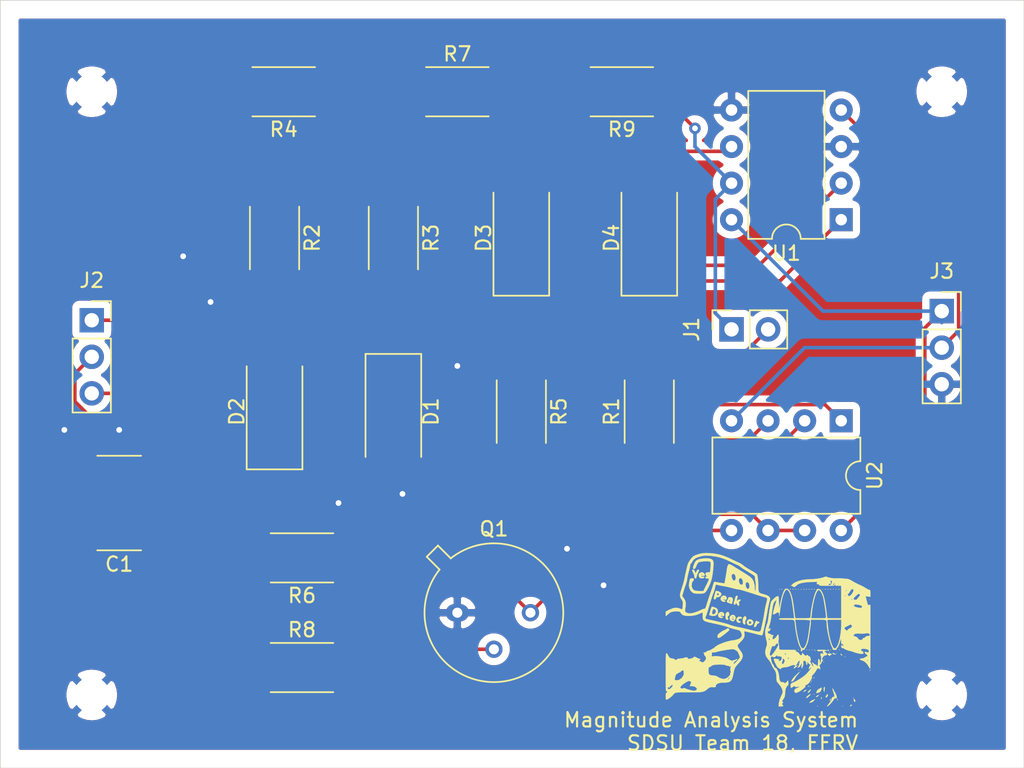
<source format=kicad_pcb>
(kicad_pcb (version 20171130) (host pcbnew "(5.1.10)-1")
  (layers (0 F.Cu jumper hide) (31 B.Cu signal) (34 B.Paste user hide) (35 F.Paste user hide) (36 B.SilkS user) (37 F.SilkS user) (38 B.Mask user hide) (39 F.Mask user) (44 Edge.Cuts user))
  (net 0 "")
  (net 1 "Net-(C1-Pad1)")
  (net 2 GND)
  (net 3 "Net-(D1-Pad2)")
  (net 4 "Net-(D1-Pad1)")
  (net 5 "Net-(D3-Pad2)")
  (net 6 "Net-(D3-Pad1)")
  (net 7 "Net-(D4-Pad1)")
  (net 8 rect_out)
  (net 9 peak_in)
  (net 10 vin)
  (net 11 dis)
  (net 12 vout)
  (net 13 v-)
  (net 14 v+)
  (net 15 "Net-(Q1-Pad2)")
  (net 16 "Net-(Q1-Pad3)")
  (net 17 "Net-(R1-Pad1)")
  (net 18 "Net-(R4-Pad1)")
  (module Package_DIP:DIP-8_W7.62mm (layer F.Cu) (at 207.01 127 270)
    (fp_text reference U2 (at 3.81 -2.33 90) (layer F.SilkS))
    (fp_text value LF353)
    (pad 8 thru_hole oval (at 7.62 0 270) (size 1.6 1.6) (drill 0.8) (layers *.Cu *.Mask) (net 14 v+))
    (pad 4 thru_hole oval (at 0 7.62 270) (size 1.6 1.6) (drill 0.8) (layers *.Cu *.Mask) (net 13 v-))
    (pad 7 thru_hole oval (at 7.62 2.54 270) (size 1.6 1.6) (drill 0.8) (layers *.Cu *.Mask) (net 12 vout))
    (pad 3 thru_hole oval (at 0 5.08 270) (size 1.6 1.6) (drill 0.8) (layers *.Cu *.Mask) (net 3 "Net-(D1-Pad2)"))
    (pad 6 thru_hole oval (at 7.62 5.08 270) (size 1.6 1.6) (drill 0.8) (layers *.Cu *.Mask) (net 12 vout))
    (pad 2 thru_hole oval (at 0 2.54 270) (size 1.6 1.6) (drill 0.8) (layers *.Cu *.Mask) (net 17 "Net-(R1-Pad1)"))
    (pad 5 thru_hole oval (at 7.62 7.62 270) (size 1.6 1.6) (drill 0.8) (layers *.Cu *.Mask) (net 16 "Net-(Q1-Pad3)"))
    (pad 1 thru_hole rect (at 0 0 270) (size 1.6 1.6) (drill 0.8) (layers *.Cu *.Mask) (net 4 "Net-(D1-Pad1)"))
  )
  (module Package_DIP:DIP-8_W7.62mm (layer F.Cu) (at 207.01 113.03 180)
    (fp_text reference U1 (at 3.81 -2.33) (layer F.SilkS))
    (fp_text value LF353)
    (pad 8 thru_hole oval (at 7.62 0 180) (size 1.6 1.6) (drill 0.8) (layers *.Cu *.Mask) (net 14 v+))
    (pad 4 thru_hole oval (at 0 7.62 180) (size 1.6 1.6) (drill 0.8) (layers *.Cu *.Mask) (net 13 v-))
    (pad 7 thru_hole oval (at 7.62 2.54 180) (size 1.6 1.6) (drill 0.8) (layers *.Cu *.Mask) (net 8 rect_out))
    (pad 3 thru_hole oval (at 0 5.08 180) (size 1.6 1.6) (drill 0.8) (layers *.Cu *.Mask) (net 2 GND))
    (pad 6 thru_hole oval (at 7.62 5.08 180) (size 1.6 1.6) (drill 0.8) (layers *.Cu *.Mask) (net 18 "Net-(R4-Pad1)"))
    (pad 2 thru_hole oval (at 0 2.54 180) (size 1.6 1.6) (drill 0.8) (layers *.Cu *.Mask) (net 6 "Net-(D3-Pad1)"))
    (pad 5 thru_hole oval (at 7.62 7.62 180) (size 1.6 1.6) (drill 0.8) (layers *.Cu *.Mask) (net 2 GND))
    (pad 1 thru_hole rect (at 0 0 180) (size 1.6 1.6) (drill 0.8) (layers *.Cu *.Mask) (net 7 "Net-(D4-Pad1)"))
  )
  (module Graphics:peak_detector (layer F.Cu) (at 201.93 139.7)
    (fp_text reference G*** hide)
    (fp_text value LOGO hide)
  )
  (module Capacitor_SMD:C_2225_5664Metric_Pad1.80x6.60mm_HandSolder (layer F.Cu) (at 156.845 132.715 180)
    (fp_text reference C1 (at 0 -4.25) (layer F.SilkS))
    (fp_text value C)
    (pad 1 smd roundrect (at -2.625 0 180) (size 1.8 6.6) (layers F.Cu F.Paste F.Mask) (roundrect_rratio 0.138889) (net 1 "Net-(C1-Pad1)"))
    (pad 2 smd roundrect (at 2.625 0 180) (size 1.8 6.6) (layers F.Cu F.Paste F.Mask) (roundrect_rratio 0.138889) (net 2 GND))
  )
  (module Connector_PinSocket_2.54mm:PinSocket_1x03_P2.54mm_Vertical (layer F.Cu) (at 213.995 119.38)
    (fp_text reference J3 (at 0 -2.77) (layer F.SilkS))
    (fp_text value Conn_01x03)
    (pad 1 thru_hole rect (at 0 0) (size 1.7 1.7) (drill 1) (layers *.Cu *.Mask) (net 14 v+))
    (pad 2 thru_hole oval (at 0 2.54) (size 1.7 1.7) (drill 1) (layers *.Cu *.Mask) (net 13 v-))
    (pad 3 thru_hole oval (at 0 5.08) (size 1.7 1.7) (drill 1) (layers *.Cu *.Mask) (net 2 GND))
  )
  (module Resistor_SMD:R_2512_6332Metric_Pad1.40x3.35mm_HandSolder (layer F.Cu) (at 167.64 114.3 270)
    (fp_text reference R2 (at 0 -2.62 90) (layer F.SilkS))
    (fp_text value 15k)
    (pad 1 smd roundrect (at -3.05 0 270) (size 1.4 3.35) (layers F.Cu F.Paste F.Mask) (roundrect_rratio 0.178571) (net 6 "Net-(D3-Pad1)"))
    (pad 2 smd roundrect (at 3.05 0 270) (size 1.4 3.35) (layers F.Cu F.Paste F.Mask) (roundrect_rratio 0.178571) (net 10 vin))
  )
  (module Resistor_SMD:R_2512_6332Metric_Pad1.40x3.35mm_HandSolder (layer F.Cu) (at 175.895 114.3 270)
    (fp_text reference R3 (at 0 -2.62 90) (layer F.SilkS))
    (fp_text value 15k)
    (pad 2 smd roundrect (at 3.05 0 270) (size 1.4 3.35) (layers F.Cu F.Paste F.Mask) (roundrect_rratio 0.178571) (net 6 "Net-(D3-Pad1)"))
    (pad 1 smd roundrect (at -3.05 0 270) (size 1.4 3.35) (layers F.Cu F.Paste F.Mask) (roundrect_rratio 0.178571) (net 5 "Net-(D3-Pad2)"))
  )
  (module Resistor_SMD:R_2512_6332Metric_Pad1.40x3.35mm_HandSolder (layer F.Cu) (at 184.785 126.365 270)
    (fp_text reference R5 (at 0 -2.62 90) (layer F.SilkS))
    (fp_text value 1k)
    (pad 1 smd roundrect (at -3.05 0 270) (size 1.4 3.35) (layers F.Cu F.Paste F.Mask) (roundrect_rratio 0.178571) (net 12 vout))
    (pad 2 smd roundrect (at 3.05 0 270) (size 1.4 3.35) (layers F.Cu F.Paste F.Mask) (roundrect_rratio 0.178571) (net 3 "Net-(D1-Pad2)"))
  )
  (module Diode_SMD:D_2512_6332Metric_Pad1.52x3.35mm_HandSolder (layer F.Cu) (at 193.675 114.3 90)
    (fp_text reference D4 (at 0 -2.62 90) (layer F.SilkS))
    (fp_text value D)
    (pad 1 smd roundrect (at -2.9875 0 90) (size 1.525 3.35) (layers F.Cu F.Paste F.Mask) (roundrect_rratio 0.163934) (net 7 "Net-(D4-Pad1)"))
    (pad 2 smd roundrect (at 2.9875 0 90) (size 1.525 3.35) (layers F.Cu F.Paste F.Mask) (roundrect_rratio 0.163934) (net 5 "Net-(D3-Pad2)"))
  )
  (module Resistor_SMD:R_2512_6332Metric_Pad1.40x3.35mm_HandSolder (layer F.Cu) (at 191.77 104.14 180)
    (fp_text reference R9 (at 0 -2.62) (layer F.SilkS))
    (fp_text value 15k)
    (pad 1 smd roundrect (at -3.05 0 180) (size 1.4 3.35) (layers F.Cu F.Paste F.Mask) (roundrect_rratio 0.178571) (net 8 rect_out))
    (pad 2 smd roundrect (at 3.05 0 180) (size 1.4 3.35) (layers F.Cu F.Paste F.Mask) (roundrect_rratio 0.178571) (net 18 "Net-(R4-Pad1)"))
  )
  (module MountingHole:MountingHole_2.5mm (layer F.Cu) (at 154.94 104.14)
    (fp_text reference H4 hide)
    (fp_text value MountingHole_Pad)
    (pad 1 np_thru_hole circle (at 0 0) (size 2.5 2.5) (drill 2.5) (layers *.Cu *.Mask) (net 2 GND))
  )
  (module Diode_SMD:D_2512_6332Metric_Pad1.52x3.35mm_HandSolder (layer F.Cu) (at 167.64 126.365 90)
    (fp_text reference D2 (at 0 -2.62 90) (layer F.SilkS))
    (fp_text value D)
    (pad 1 smd roundrect (at -2.9875 0 90) (size 1.525 3.35) (layers F.Cu F.Paste F.Mask) (roundrect_rratio 0.163934) (net 1 "Net-(C1-Pad1)"))
    (pad 2 smd roundrect (at 2.9875 0 90) (size 1.525 3.35) (layers F.Cu F.Paste F.Mask) (roundrect_rratio 0.163934) (net 4 "Net-(D1-Pad1)"))
  )
  (module Diode_SMD:D_2512_6332Metric_Pad1.52x3.35mm_HandSolder (layer F.Cu) (at 175.895 126.365 270)
    (fp_text reference D1 (at 0 -2.62 90) (layer F.SilkS))
    (fp_text value D)
    (pad 2 smd roundrect (at 2.9875 0 270) (size 1.525 3.35) (layers F.Cu F.Paste F.Mask) (roundrect_rratio 0.163934) (net 3 "Net-(D1-Pad2)"))
    (pad 1 smd roundrect (at -2.9875 0 270) (size 1.525 3.35) (layers F.Cu F.Paste F.Mask) (roundrect_rratio 0.163934) (net 4 "Net-(D1-Pad1)"))
  )
  (module Resistor_SMD:R_2512_6332Metric_Pad1.40x3.35mm_HandSolder (layer F.Cu) (at 180.34 104.14)
    (fp_text reference R7 (at 0 -2.62) (layer F.SilkS))
    (fp_text value 7.5k)
    (pad 1 smd roundrect (at -3.05 0) (size 1.4 3.35) (layers F.Cu F.Paste F.Mask) (roundrect_rratio 0.178571) (net 18 "Net-(R4-Pad1)"))
    (pad 2 smd roundrect (at 3.05 0) (size 1.4 3.35) (layers F.Cu F.Paste F.Mask) (roundrect_rratio 0.178571) (net 5 "Net-(D3-Pad2)"))
  )
  (module Resistor_SMD:R_2512_6332Metric_Pad1.40x3.35mm_HandSolder (layer F.Cu) (at 169.545 144.145)
    (fp_text reference R8 (at 0 -2.62) (layer F.SilkS))
    (fp_text value 8.8k)
    (pad 1 smd roundrect (at -3.05 0) (size 1.4 3.35) (layers F.Cu F.Paste F.Mask) (roundrect_rratio 0.178571) (net 11 dis))
    (pad 2 smd roundrect (at 3.05 0) (size 1.4 3.35) (layers F.Cu F.Paste F.Mask) (roundrect_rratio 0.178571) (net 15 "Net-(Q1-Pad2)"))
  )
  (module Connector_PinSocket_2.54mm:PinSocket_1x03_P2.54mm_Vertical (layer F.Cu) (at 154.94 120.015)
    (fp_text reference J2 (at 0 -2.77) (layer F.SilkS))
    (fp_text value Conn_01x03)
    (pad 1 thru_hole rect (at 0 0) (size 1.7 1.7) (drill 1) (layers *.Cu *.Mask) (net 10 vin))
    (pad 2 thru_hole oval (at 0 2.54) (size 1.7 1.7) (drill 1) (layers *.Cu *.Mask) (net 11 dis))
    (pad 3 thru_hole oval (at 0 5.08) (size 1.7 1.7) (drill 1) (layers *.Cu *.Mask) (net 12 vout))
  )
  (module MountingHole:MountingHole_2.5mm (layer F.Cu) (at 213.995 104.14)
    (fp_text reference H2 hide)
    (fp_text value MountingHole_Pad)
    (pad 1 np_thru_hole circle (at 0 0) (size 2.5 2.5) (drill 2.5) (layers *.Cu *.Mask) (net 2 GND))
  )
  (module Package_TO_SOT_THT:TO-39-3 (layer F.Cu) (at 180.34 140.335)
    (fp_text reference Q1 (at 2.54 -5.82) (layer F.SilkS))
    (fp_text value 2N2219)
    (pad 1 thru_hole oval (at 0 0) (size 1.6 1.2) (drill 0.7) (layers *.Cu *.Mask) (net 2 GND))
    (pad 2 thru_hole oval (at 2.54 2.54) (size 1.2 1.2) (drill 0.7) (layers *.Cu *.Mask) (net 15 "Net-(Q1-Pad2)"))
    (pad 3 thru_hole oval (at 5.08 0) (size 1.2 1.2) (drill 0.7) (layers *.Cu *.Mask) (net 16 "Net-(Q1-Pad3)"))
  )
  (module Connector_PinSocket_2.54mm:PinSocket_1x02_P2.54mm_Vertical (layer F.Cu) (at 199.39 120.65 90)
    (fp_text reference J1 (at 0 -2.77 90) (layer F.SilkS))
    (fp_text value Conn_01x02)
    (pad 1 thru_hole rect (at 0 0 90) (size 1.7 1.7) (drill 1) (layers *.Cu *.Mask) (net 8 rect_out))
    (pad 2 thru_hole oval (at 0 2.54 90) (size 1.7 1.7) (drill 1) (layers *.Cu *.Mask) (net 9 peak_in))
  )
  (module Resistor_SMD:R_2512_6332Metric_Pad1.40x3.35mm_HandSolder (layer F.Cu) (at 168.275 104.14 180)
    (fp_text reference R4 (at 0 -2.62) (layer F.SilkS))
    (fp_text value 15k)
    (pad 2 smd roundrect (at 3.05 0 180) (size 1.4 3.35) (layers F.Cu F.Paste F.Mask) (roundrect_rratio 0.178571) (net 10 vin))
    (pad 1 smd roundrect (at -3.05 0 180) (size 1.4 3.35) (layers F.Cu F.Paste F.Mask) (roundrect_rratio 0.178571) (net 18 "Net-(R4-Pad1)"))
  )
  (module Diode_SMD:D_2512_6332Metric_Pad1.52x3.35mm_HandSolder (layer F.Cu) (at 184.785 114.3 90)
    (fp_text reference D3 (at 0 -2.62 90) (layer F.SilkS))
    (fp_text value D)
    (pad 2 smd roundrect (at 2.9875 0 90) (size 1.525 3.35) (layers F.Cu F.Paste F.Mask) (roundrect_rratio 0.163934) (net 5 "Net-(D3-Pad2)"))
    (pad 1 smd roundrect (at -2.9875 0 90) (size 1.525 3.35) (layers F.Cu F.Paste F.Mask) (roundrect_rratio 0.163934) (net 6 "Net-(D3-Pad1)"))
  )
  (module MountingHole:MountingHole_2.5mm (layer F.Cu) (at 154.94 146.05)
    (fp_text reference H1 hide)
    (fp_text value MountingHole_Pad)
    (pad 1 np_thru_hole circle (at 0 0) (size 2.5 2.5) (drill 2.5) (layers *.Cu *.Mask) (net 2 GND))
  )
  (module MountingHole:MountingHole_2.5mm (layer F.Cu) (at 213.995 146.05)
    (fp_text reference H3 hide)
    (fp_text value MountingHole_Pad)
    (pad 1 np_thru_hole circle (at 0 0) (size 2.5 2.5) (drill 2.5) (layers *.Cu *.Mask) (net 2 GND))
  )
  (module Resistor_SMD:R_2512_6332Metric_Pad1.40x3.35mm_HandSolder (layer F.Cu) (at 193.675 126.365 90)
    (fp_text reference R1 (at 0 -2.62 90) (layer F.SilkS))
    (fp_text value 1k)
    (pad 2 smd roundrect (at 3.05 0 90) (size 1.4 3.35) (layers F.Cu F.Paste F.Mask) (roundrect_rratio 0.178571) (net 9 peak_in))
    (pad 1 smd roundrect (at -3.05 0 90) (size 1.4 3.35) (layers F.Cu F.Paste F.Mask) (roundrect_rratio 0.178571) (net 17 "Net-(R1-Pad1)"))
  )
  (module Resistor_SMD:R_2512_6332Metric_Pad1.40x3.35mm_HandSolder (layer F.Cu) (at 169.545 136.525 180)
    (fp_text reference R6 (at 0 -2.62) (layer F.SilkS))
    (fp_text value 400)
    (pad 2 smd roundrect (at 3.05 0 180) (size 1.4 3.35) (layers F.Cu F.Paste F.Mask) (roundrect_rratio 0.178571) (net 1 "Net-(C1-Pad1)"))
    (pad 1 smd roundrect (at -3.05 0 180) (size 1.4 3.35) (layers F.Cu F.Paste F.Mask) (roundrect_rratio 0.178571) (net 16 "Net-(Q1-Pad3)"))
  )
  (gr_line (start 219.71 97.79) (end 219.71 100.33) (layer Edge.Cuts) (width 0.05))
  (gr_line (start 148.59 148.59) (end 148.59 151.13) (layer Edge.Cuts) (width 0.05))
  (gr_text "Magnitude Analysis System\nSDSU Team 18, FFRV" (at 208.28 148.59) (layer F.SilkS) (effects (font (size 1 1)) (justify right)))
  (gr_line (start 219.71 97.79) (end 148.59 97.79) (layer Edge.Cuts) (width 0.05))
  (gr_line (start 219.71 151.13) (end 148.59 151.13) (layer Edge.Cuts) (width 0.05))
  (gr_line (start 219.71 100.33) (end 219.71 151.13) (layer Edge.Cuts) (width 0.05))
  (gr_line (start 148.59 148.59) (end 148.59 97.79) (layer Edge.Cuts) (width 0.05))
  (segment (start 162.685 132.715) (end 166.495 136.525) (width 0.25) (layer F.Cu) (net 1))
  (segment (start 165.9225 129.3525) (end 162.56 132.715) (width 0.25) (layer F.Cu) (net 1))
  (segment (start 167.64 129.3525) (end 165.9225 129.3525) (width 0.25) (layer F.Cu) (net 1))
  (segment (start 162.56 132.715) (end 162.685 132.715) (width 0.25) (layer F.Cu) (net 1))
  (segment (start 159.47 132.715) (end 162.56 132.715) (width 0.25) (layer F.Cu) (net 1))
  (via (at 161.29 115.57) (size 0.8) (drill 0.4) (layers F.Cu B.Cu) (net 2))
  (segment (start 161.29 115.57) (end 161.29 116.84) (width 0.25) (layer B.Cu) (net 2))
  (segment (start 161.29 116.84) (end 163.195 118.745) (width 0.25) (layer B.Cu) (net 2))
  (via (at 163.195 118.745) (size 0.8) (drill 0.4) (layers F.Cu B.Cu) (net 2))
  (via (at 153.035 127.635) (size 0.8) (drill 0.4) (layers F.Cu B.Cu) (net 2))
  (via (at 156.845 127.635) (size 0.8) (drill 0.4) (layers F.Cu B.Cu) (net 2))
  (segment (start 153.035 127.635) (end 156.845 127.635) (width 0.25) (layer B.Cu) (net 2))
  (via (at 172.085 132.715) (size 0.8) (drill 0.4) (layers F.Cu B.Cu) (net 2))
  (via (at 176.53 132.08) (size 0.8) (drill 0.4) (layers F.Cu B.Cu) (net 2))
  (segment (start 175.895 132.715) (end 176.53 132.08) (width 0.25) (layer B.Cu) (net 2))
  (segment (start 172.085 132.715) (end 175.895 132.715) (width 0.25) (layer B.Cu) (net 2))
  (via (at 190.5 138.43) (size 0.8) (drill 0.4) (layers F.Cu B.Cu) (net 2))
  (via (at 187.96 135.89) (size 0.8) (drill 0.4) (layers F.Cu B.Cu) (net 2))
  (segment (start 190.5 138.43) (end 187.96 135.89) (width 0.25) (layer B.Cu) (net 2))
  (via (at 180.34 123.19) (size 0.8) (drill 0.4) (layers F.Cu B.Cu) (net 2))
  (segment (start 184.7225 129.3525) (end 184.785 129.415) (width 0.25) (layer F.Cu) (net 3))
  (segment (start 175.895 129.3525) (end 184.7225 129.3525) (width 0.25) (layer F.Cu) (net 3))
  (segment (start 201.93 127) (end 200.66 128.27) (width 0.25) (layer F.Cu) (net 3))
  (segment (start 185.93 128.27) (end 184.785 129.415) (width 0.25) (layer F.Cu) (net 3))
  (segment (start 200.66 128.27) (end 185.93 128.27) (width 0.25) (layer F.Cu) (net 3))
  (segment (start 167.64 123.3775) (end 175.895 123.3775) (width 0.25) (layer F.Cu) (net 4))
  (segment (start 176.98251 122.28999) (end 175.895 123.3775) (width 0.25) (layer F.Cu) (net 4))
  (segment (start 186.44818 122.28999) (end 176.98251 122.28999) (width 0.25) (layer F.Cu) (net 4))
  (segment (start 190.033189 125.874999) (end 186.44818 122.28999) (width 0.25) (layer F.Cu) (net 4))
  (segment (start 205.884999 125.874999) (end 190.033189 125.874999) (width 0.25) (layer F.Cu) (net 4))
  (segment (start 207.01 127) (end 205.884999 125.874999) (width 0.25) (layer F.Cu) (net 4))
  (segment (start 175.9575 111.3125) (end 175.895 111.25) (width 0.25) (layer F.Cu) (net 5))
  (segment (start 184.785 111.3125) (end 175.9575 111.3125) (width 0.25) (layer F.Cu) (net 5))
  (segment (start 183.39 109.9175) (end 184.785 111.3125) (width 0.25) (layer F.Cu) (net 5))
  (segment (start 183.39 104.14) (end 183.39 109.9175) (width 0.25) (layer F.Cu) (net 5))
  (segment (start 184.785 111.3125) (end 193.675 111.3125) (width 0.25) (layer F.Cu) (net 5))
  (segment (start 175.9575 117.2875) (end 175.895 117.35) (width 0.25) (layer F.Cu) (net 6))
  (segment (start 184.785 117.2875) (end 175.9575 117.2875) (width 0.25) (layer F.Cu) (net 6))
  (segment (start 173.74 117.35) (end 167.64 111.25) (width 0.25) (layer F.Cu) (net 6))
  (segment (start 175.895 117.35) (end 173.74 117.35) (width 0.25) (layer F.Cu) (net 6))
  (segment (start 185.87251 116.19999) (end 184.785 117.2875) (width 0.25) (layer F.Cu) (net 6))
  (segment (start 201.30001 116.19999) (end 185.87251 116.19999) (width 0.25) (layer F.Cu) (net 6))
  (segment (start 207.01 110.49) (end 201.30001 116.19999) (width 0.25) (layer F.Cu) (net 6))
  (segment (start 202.7525 117.2875) (end 207.01 113.03) (width 0.25) (layer F.Cu) (net 7))
  (segment (start 193.675 117.2875) (end 202.7525 117.2875) (width 0.25) (layer F.Cu) (net 7))
  (via (at 196.85 106.68) (size 0.8) (drill 0.4) (layers F.Cu B.Cu) (net 8))
  (segment (start 196.85 107.95) (end 196.85 106.68) (width 0.25) (layer B.Cu) (net 8))
  (segment (start 199.39 110.49) (end 196.85 107.95) (width 0.25) (layer B.Cu) (net 8))
  (segment (start 194.82 104.65) (end 194.82 104.14) (width 0.25) (layer F.Cu) (net 8))
  (segment (start 196.85 106.68) (end 194.82 104.65) (width 0.25) (layer F.Cu) (net 8))
  (segment (start 198.264999 119.524999) (end 199.39 120.65) (width 0.25) (layer B.Cu) (net 8))
  (segment (start 198.264999 111.615001) (end 198.264999 119.524999) (width 0.25) (layer B.Cu) (net 8))
  (segment (start 199.39 110.49) (end 198.264999 111.615001) (width 0.25) (layer B.Cu) (net 8))
  (segment (start 199.265 123.315) (end 193.675 123.315) (width 0.25) (layer F.Cu) (net 9))
  (segment (start 201.93 120.65) (end 199.265 123.315) (width 0.25) (layer F.Cu) (net 9))
  (segment (start 159.51 120.015) (end 165.225 114.3) (width 0.25) (layer F.Cu) (net 10))
  (segment (start 154.94 120.015) (end 159.51 120.015) (width 0.25) (layer F.Cu) (net 10))
  (segment (start 167.64 116.59) (end 165.225 114.175) (width 0.25) (layer F.Cu) (net 10))
  (segment (start 167.64 117.35) (end 167.64 116.59) (width 0.25) (layer F.Cu) (net 10))
  (segment (start 165.225 114.175) (end 165.225 114.3) (width 0.25) (layer F.Cu) (net 10))
  (segment (start 165.225 104.14) (end 165.225 114.175) (width 0.25) (layer F.Cu) (net 10))
  (segment (start 153.764999 123.730001) (end 154.94 122.555) (width 0.25) (layer F.Cu) (net 11))
  (segment (start 153.764999 125.659001) (end 153.764999 123.730001) (width 0.25) (layer F.Cu) (net 11))
  (segment (start 155.44501 127.339012) (end 153.764999 125.659001) (width 0.25) (layer F.Cu) (net 11))
  (segment (start 155.44501 133.79501) (end 155.44501 127.339012) (width 0.25) (layer F.Cu) (net 11))
  (segment (start 165.795 144.145) (end 155.44501 133.79501) (width 0.25) (layer F.Cu) (net 11))
  (segment (start 166.495 144.145) (end 165.795 144.145) (width 0.25) (layer F.Cu) (net 11))
  (segment (start 183.005 125.095) (end 184.785 123.315) (width 0.25) (layer F.Cu) (net 12))
  (segment (start 177.98499 136.07499) (end 167.005 125.095) (width 0.25) (layer F.Cu) (net 12))
  (segment (start 167.005 125.095) (end 183.005 125.095) (width 0.25) (layer F.Cu) (net 12))
  (segment (start 154.94 125.095) (end 167.005 125.095) (width 0.25) (layer F.Cu) (net 12))
  (segment (start 201.93 134.62) (end 204.47 134.62) (width 0.25) (layer F.Cu) (net 12))
  (segment (start 188.184981 133.494999) (end 185.60499 136.07499) (width 0.25) (layer F.Cu) (net 12))
  (segment (start 200.804999 133.494999) (end 188.184981 133.494999) (width 0.25) (layer F.Cu) (net 12))
  (segment (start 201.93 134.62) (end 200.804999 133.494999) (width 0.25) (layer F.Cu) (net 12))
  (segment (start 185.60499 136.07499) (end 177.98499 136.07499) (width 0.25) (layer F.Cu) (net 12))
  (segment (start 185.87999 136.07499) (end 185.60499 136.07499) (width 0.25) (layer F.Cu) (net 12))
  (segment (start 215.170001 113.570001) (end 207.01 105.41) (width 0.25) (layer F.Cu) (net 13))
  (segment (start 215.170001 120.744999) (end 215.170001 113.570001) (width 0.25) (layer F.Cu) (net 13))
  (segment (start 213.995 121.92) (end 215.170001 120.744999) (width 0.25) (layer F.Cu) (net 13))
  (segment (start 204.47 121.92) (end 199.39 127) (width 0.25) (layer B.Cu) (net 13))
  (segment (start 213.995 121.92) (end 204.47 121.92) (width 0.25) (layer B.Cu) (net 13))
  (segment (start 213.995 120.180998) (end 213.995 119.38) (width 0.25) (layer B.Cu) (net 14))
  (segment (start 205.74 119.38) (end 199.39 113.03) (width 0.25) (layer B.Cu) (net 14))
  (segment (start 213.995 119.38) (end 205.74 119.38) (width 0.25) (layer B.Cu) (net 14))
  (segment (start 212.819999 128.810001) (end 207.01 134.62) (width 0.25) (layer F.Cu) (net 14))
  (segment (start 212.819999 120.555001) (end 212.819999 128.810001) (width 0.25) (layer F.Cu) (net 14))
  (segment (start 213.995 119.38) (end 212.819999 120.555001) (width 0.25) (layer F.Cu) (net 14))
  (segment (start 173.865 142.875) (end 172.595 144.145) (width 0.25) (layer F.Cu) (net 15))
  (segment (start 182.88 142.875) (end 173.865 142.875) (width 0.25) (layer F.Cu) (net 15))
  (segment (start 181.61 136.525) (end 172.595 136.525) (width 0.25) (layer F.Cu) (net 16))
  (segment (start 185.42 140.335) (end 181.61 136.525) (width 0.25) (layer F.Cu) (net 16))
  (segment (start 191.135 134.62) (end 185.42 140.335) (width 0.25) (layer F.Cu) (net 16))
  (segment (start 199.39 134.62) (end 191.135 134.62) (width 0.25) (layer F.Cu) (net 16))
  (segment (start 202.055 129.415) (end 193.675 129.415) (width 0.25) (layer F.Cu) (net 17))
  (segment (start 204.47 127) (end 202.055 129.415) (width 0.25) (layer F.Cu) (net 17))
  (segment (start 179.29001 102.13999) (end 177.29 104.14) (width 0.25) (layer F.Cu) (net 18))
  (segment (start 186.71999 102.13999) (end 179.29001 102.13999) (width 0.25) (layer F.Cu) (net 18))
  (segment (start 188.72 104.14) (end 186.71999 102.13999) (width 0.25) (layer F.Cu) (net 18))
  (segment (start 177.29 104.14) (end 171.325 104.14) (width 0.25) (layer F.Cu) (net 18))
  (segment (start 188.72 104.14) (end 192.860001 108.280001) (width 0.25) (layer F.Cu) (net 18))
  (segment (start 199.059999 108.280001) (end 199.39 107.95) (width 0.25) (layer F.Cu) (net 18))
  (segment (start 192.860001 108.280001) (end 199.059999 108.280001) (width 0.25) (layer F.Cu) (net 18))
  (zone (net 2) (net_name GND) (layer F.Cu) (connect_pads (clearance 0.508)) (min_thickness 0.254) (fill yes (arc_segments 32) (thermal_gap 0.508) (thermal_bridge_width 0.508))
    (polygon (pts (xy 218.44 149.86) (xy 149.86 149.86) (xy 149.86 99.06) (xy 218.44 99.06)))
  )
  (zone (net 2) (net_name GND) (layer B.Cu) (connect_pads (clearance 0.508)) (min_thickness 0.254) (fill yes (arc_segments 32) (thermal_gap 0.508) (thermal_bridge_width 0.508))
    (polygon (pts (xy 218.44 149.86) (xy 149.86 149.86) (xy 149.86 99.06) (xy 218.44 99.06)))
  )
)
</source>
